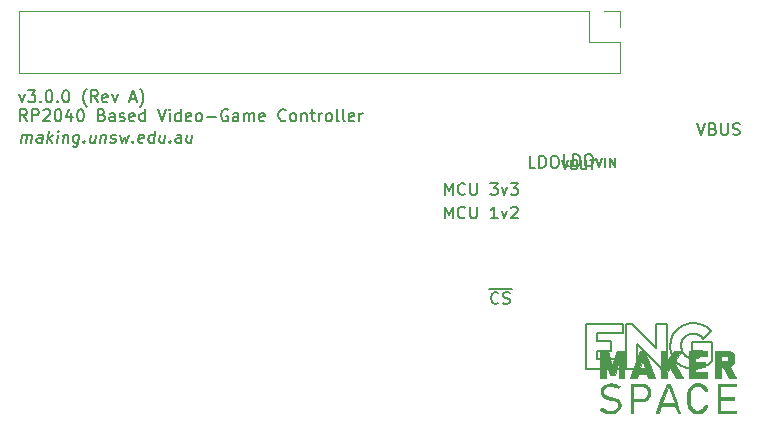
<source format=gbr>
%TF.GenerationSoftware,KiCad,Pcbnew,(6.0.8)*%
%TF.CreationDate,2022-10-11T12:28:16+11:00*%
%TF.ProjectId,PicoGamePad_V3_0_0_A,5069636f-4761-46d6-9550-61645f56335f,4.0.0 (Rev A)*%
%TF.SameCoordinates,Original*%
%TF.FileFunction,Legend,Top*%
%TF.FilePolarity,Positive*%
%FSLAX46Y46*%
G04 Gerber Fmt 4.6, Leading zero omitted, Abs format (unit mm)*
G04 Created by KiCad (PCBNEW (6.0.8)) date 2022-10-11 12:28:16*
%MOMM*%
%LPD*%
G01*
G04 APERTURE LIST*
%ADD10C,0.150000*%
%ADD11C,0.120000*%
%ADD12C,0.200000*%
G04 APERTURE END LIST*
D10*
X93340357Y-63430714D02*
X93578452Y-64097380D01*
X93816547Y-63430714D01*
X94102261Y-63097380D02*
X94721309Y-63097380D01*
X94387976Y-63478333D01*
X94530833Y-63478333D01*
X94626071Y-63525952D01*
X94673690Y-63573571D01*
X94721309Y-63668809D01*
X94721309Y-63906904D01*
X94673690Y-64002142D01*
X94626071Y-64049761D01*
X94530833Y-64097380D01*
X94245119Y-64097380D01*
X94149880Y-64049761D01*
X94102261Y-64002142D01*
X95149880Y-64002142D02*
X95197500Y-64049761D01*
X95149880Y-64097380D01*
X95102261Y-64049761D01*
X95149880Y-64002142D01*
X95149880Y-64097380D01*
X95816547Y-63097380D02*
X95911785Y-63097380D01*
X96007023Y-63145000D01*
X96054642Y-63192619D01*
X96102261Y-63287857D01*
X96149880Y-63478333D01*
X96149880Y-63716428D01*
X96102261Y-63906904D01*
X96054642Y-64002142D01*
X96007023Y-64049761D01*
X95911785Y-64097380D01*
X95816547Y-64097380D01*
X95721309Y-64049761D01*
X95673690Y-64002142D01*
X95626071Y-63906904D01*
X95578452Y-63716428D01*
X95578452Y-63478333D01*
X95626071Y-63287857D01*
X95673690Y-63192619D01*
X95721309Y-63145000D01*
X95816547Y-63097380D01*
X96578452Y-64002142D02*
X96626071Y-64049761D01*
X96578452Y-64097380D01*
X96530833Y-64049761D01*
X96578452Y-64002142D01*
X96578452Y-64097380D01*
X97245119Y-63097380D02*
X97340357Y-63097380D01*
X97435595Y-63145000D01*
X97483214Y-63192619D01*
X97530833Y-63287857D01*
X97578452Y-63478333D01*
X97578452Y-63716428D01*
X97530833Y-63906904D01*
X97483214Y-64002142D01*
X97435595Y-64049761D01*
X97340357Y-64097380D01*
X97245119Y-64097380D01*
X97149880Y-64049761D01*
X97102261Y-64002142D01*
X97054642Y-63906904D01*
X97007023Y-63716428D01*
X97007023Y-63478333D01*
X97054642Y-63287857D01*
X97102261Y-63192619D01*
X97149880Y-63145000D01*
X97245119Y-63097380D01*
X99054642Y-64478333D02*
X99007023Y-64430714D01*
X98911785Y-64287857D01*
X98864166Y-64192619D01*
X98816547Y-64049761D01*
X98768928Y-63811666D01*
X98768928Y-63621190D01*
X98816547Y-63383095D01*
X98864166Y-63240238D01*
X98911785Y-63145000D01*
X99007023Y-63002142D01*
X99054642Y-62954523D01*
X100007023Y-64097380D02*
X99673690Y-63621190D01*
X99435595Y-64097380D02*
X99435595Y-63097380D01*
X99816547Y-63097380D01*
X99911785Y-63145000D01*
X99959404Y-63192619D01*
X100007023Y-63287857D01*
X100007023Y-63430714D01*
X99959404Y-63525952D01*
X99911785Y-63573571D01*
X99816547Y-63621190D01*
X99435595Y-63621190D01*
X100816547Y-64049761D02*
X100721309Y-64097380D01*
X100530833Y-64097380D01*
X100435595Y-64049761D01*
X100387976Y-63954523D01*
X100387976Y-63573571D01*
X100435595Y-63478333D01*
X100530833Y-63430714D01*
X100721309Y-63430714D01*
X100816547Y-63478333D01*
X100864166Y-63573571D01*
X100864166Y-63668809D01*
X100387976Y-63764047D01*
X101197500Y-63430714D02*
X101435595Y-64097380D01*
X101673690Y-63430714D01*
X102768928Y-63811666D02*
X103245119Y-63811666D01*
X102673690Y-64097380D02*
X103007023Y-63097380D01*
X103340357Y-64097380D01*
X103578452Y-64478333D02*
X103626071Y-64430714D01*
X103721309Y-64287857D01*
X103768928Y-64192619D01*
X103816547Y-64049761D01*
X103864166Y-63811666D01*
X103864166Y-63621190D01*
X103816547Y-63383095D01*
X103768928Y-63240238D01*
X103721309Y-63145000D01*
X103626071Y-63002142D01*
X103578452Y-62954523D01*
X94007023Y-65707380D02*
X93673690Y-65231190D01*
X93435595Y-65707380D02*
X93435595Y-64707380D01*
X93816547Y-64707380D01*
X93911785Y-64755000D01*
X93959404Y-64802619D01*
X94007023Y-64897857D01*
X94007023Y-65040714D01*
X93959404Y-65135952D01*
X93911785Y-65183571D01*
X93816547Y-65231190D01*
X93435595Y-65231190D01*
X94435595Y-65707380D02*
X94435595Y-64707380D01*
X94816547Y-64707380D01*
X94911785Y-64755000D01*
X94959404Y-64802619D01*
X95007023Y-64897857D01*
X95007023Y-65040714D01*
X94959404Y-65135952D01*
X94911785Y-65183571D01*
X94816547Y-65231190D01*
X94435595Y-65231190D01*
X95387976Y-64802619D02*
X95435595Y-64755000D01*
X95530833Y-64707380D01*
X95768928Y-64707380D01*
X95864166Y-64755000D01*
X95911785Y-64802619D01*
X95959404Y-64897857D01*
X95959404Y-64993095D01*
X95911785Y-65135952D01*
X95340357Y-65707380D01*
X95959404Y-65707380D01*
X96578452Y-64707380D02*
X96673690Y-64707380D01*
X96768928Y-64755000D01*
X96816547Y-64802619D01*
X96864166Y-64897857D01*
X96911785Y-65088333D01*
X96911785Y-65326428D01*
X96864166Y-65516904D01*
X96816547Y-65612142D01*
X96768928Y-65659761D01*
X96673690Y-65707380D01*
X96578452Y-65707380D01*
X96483214Y-65659761D01*
X96435595Y-65612142D01*
X96387976Y-65516904D01*
X96340357Y-65326428D01*
X96340357Y-65088333D01*
X96387976Y-64897857D01*
X96435595Y-64802619D01*
X96483214Y-64755000D01*
X96578452Y-64707380D01*
X97768928Y-65040714D02*
X97768928Y-65707380D01*
X97530833Y-64659761D02*
X97292738Y-65374047D01*
X97911785Y-65374047D01*
X98483214Y-64707380D02*
X98578452Y-64707380D01*
X98673690Y-64755000D01*
X98721309Y-64802619D01*
X98768928Y-64897857D01*
X98816547Y-65088333D01*
X98816547Y-65326428D01*
X98768928Y-65516904D01*
X98721309Y-65612142D01*
X98673690Y-65659761D01*
X98578452Y-65707380D01*
X98483214Y-65707380D01*
X98387976Y-65659761D01*
X98340357Y-65612142D01*
X98292738Y-65516904D01*
X98245119Y-65326428D01*
X98245119Y-65088333D01*
X98292738Y-64897857D01*
X98340357Y-64802619D01*
X98387976Y-64755000D01*
X98483214Y-64707380D01*
X100340357Y-65183571D02*
X100483214Y-65231190D01*
X100530833Y-65278809D01*
X100578452Y-65374047D01*
X100578452Y-65516904D01*
X100530833Y-65612142D01*
X100483214Y-65659761D01*
X100387976Y-65707380D01*
X100007023Y-65707380D01*
X100007023Y-64707380D01*
X100340357Y-64707380D01*
X100435595Y-64755000D01*
X100483214Y-64802619D01*
X100530833Y-64897857D01*
X100530833Y-64993095D01*
X100483214Y-65088333D01*
X100435595Y-65135952D01*
X100340357Y-65183571D01*
X100007023Y-65183571D01*
X101435595Y-65707380D02*
X101435595Y-65183571D01*
X101387976Y-65088333D01*
X101292738Y-65040714D01*
X101102261Y-65040714D01*
X101007023Y-65088333D01*
X101435595Y-65659761D02*
X101340357Y-65707380D01*
X101102261Y-65707380D01*
X101007023Y-65659761D01*
X100959404Y-65564523D01*
X100959404Y-65469285D01*
X101007023Y-65374047D01*
X101102261Y-65326428D01*
X101340357Y-65326428D01*
X101435595Y-65278809D01*
X101864166Y-65659761D02*
X101959404Y-65707380D01*
X102149880Y-65707380D01*
X102245119Y-65659761D01*
X102292738Y-65564523D01*
X102292738Y-65516904D01*
X102245119Y-65421666D01*
X102149880Y-65374047D01*
X102007023Y-65374047D01*
X101911785Y-65326428D01*
X101864166Y-65231190D01*
X101864166Y-65183571D01*
X101911785Y-65088333D01*
X102007023Y-65040714D01*
X102149880Y-65040714D01*
X102245119Y-65088333D01*
X103102261Y-65659761D02*
X103007023Y-65707380D01*
X102816547Y-65707380D01*
X102721309Y-65659761D01*
X102673690Y-65564523D01*
X102673690Y-65183571D01*
X102721309Y-65088333D01*
X102816547Y-65040714D01*
X103007023Y-65040714D01*
X103102261Y-65088333D01*
X103149880Y-65183571D01*
X103149880Y-65278809D01*
X102673690Y-65374047D01*
X104007023Y-65707380D02*
X104007023Y-64707380D01*
X104007023Y-65659761D02*
X103911785Y-65707380D01*
X103721309Y-65707380D01*
X103626071Y-65659761D01*
X103578452Y-65612142D01*
X103530833Y-65516904D01*
X103530833Y-65231190D01*
X103578452Y-65135952D01*
X103626071Y-65088333D01*
X103721309Y-65040714D01*
X103911785Y-65040714D01*
X104007023Y-65088333D01*
X105102261Y-64707380D02*
X105435595Y-65707380D01*
X105768928Y-64707380D01*
X106102261Y-65707380D02*
X106102261Y-65040714D01*
X106102261Y-64707380D02*
X106054642Y-64755000D01*
X106102261Y-64802619D01*
X106149880Y-64755000D01*
X106102261Y-64707380D01*
X106102261Y-64802619D01*
X107007023Y-65707380D02*
X107007023Y-64707380D01*
X107007023Y-65659761D02*
X106911785Y-65707380D01*
X106721309Y-65707380D01*
X106626071Y-65659761D01*
X106578452Y-65612142D01*
X106530833Y-65516904D01*
X106530833Y-65231190D01*
X106578452Y-65135952D01*
X106626071Y-65088333D01*
X106721309Y-65040714D01*
X106911785Y-65040714D01*
X107007023Y-65088333D01*
X107864166Y-65659761D02*
X107768928Y-65707380D01*
X107578452Y-65707380D01*
X107483214Y-65659761D01*
X107435595Y-65564523D01*
X107435595Y-65183571D01*
X107483214Y-65088333D01*
X107578452Y-65040714D01*
X107768928Y-65040714D01*
X107864166Y-65088333D01*
X107911785Y-65183571D01*
X107911785Y-65278809D01*
X107435595Y-65374047D01*
X108483214Y-65707380D02*
X108387976Y-65659761D01*
X108340357Y-65612142D01*
X108292738Y-65516904D01*
X108292738Y-65231190D01*
X108340357Y-65135952D01*
X108387976Y-65088333D01*
X108483214Y-65040714D01*
X108626071Y-65040714D01*
X108721309Y-65088333D01*
X108768928Y-65135952D01*
X108816547Y-65231190D01*
X108816547Y-65516904D01*
X108768928Y-65612142D01*
X108721309Y-65659761D01*
X108626071Y-65707380D01*
X108483214Y-65707380D01*
X109245119Y-65326428D02*
X110007023Y-65326428D01*
X111007023Y-64755000D02*
X110911785Y-64707380D01*
X110768928Y-64707380D01*
X110626071Y-64755000D01*
X110530833Y-64850238D01*
X110483214Y-64945476D01*
X110435595Y-65135952D01*
X110435595Y-65278809D01*
X110483214Y-65469285D01*
X110530833Y-65564523D01*
X110626071Y-65659761D01*
X110768928Y-65707380D01*
X110864166Y-65707380D01*
X111007023Y-65659761D01*
X111054642Y-65612142D01*
X111054642Y-65278809D01*
X110864166Y-65278809D01*
X111911785Y-65707380D02*
X111911785Y-65183571D01*
X111864166Y-65088333D01*
X111768928Y-65040714D01*
X111578452Y-65040714D01*
X111483214Y-65088333D01*
X111911785Y-65659761D02*
X111816547Y-65707380D01*
X111578452Y-65707380D01*
X111483214Y-65659761D01*
X111435595Y-65564523D01*
X111435595Y-65469285D01*
X111483214Y-65374047D01*
X111578452Y-65326428D01*
X111816547Y-65326428D01*
X111911785Y-65278809D01*
X112387976Y-65707380D02*
X112387976Y-65040714D01*
X112387976Y-65135952D02*
X112435595Y-65088333D01*
X112530833Y-65040714D01*
X112673690Y-65040714D01*
X112768928Y-65088333D01*
X112816547Y-65183571D01*
X112816547Y-65707380D01*
X112816547Y-65183571D02*
X112864166Y-65088333D01*
X112959404Y-65040714D01*
X113102261Y-65040714D01*
X113197500Y-65088333D01*
X113245119Y-65183571D01*
X113245119Y-65707380D01*
X114102261Y-65659761D02*
X114007023Y-65707380D01*
X113816547Y-65707380D01*
X113721309Y-65659761D01*
X113673690Y-65564523D01*
X113673690Y-65183571D01*
X113721309Y-65088333D01*
X113816547Y-65040714D01*
X114007023Y-65040714D01*
X114102261Y-65088333D01*
X114149880Y-65183571D01*
X114149880Y-65278809D01*
X113673690Y-65374047D01*
X115911785Y-65612142D02*
X115864166Y-65659761D01*
X115721309Y-65707380D01*
X115626071Y-65707380D01*
X115483214Y-65659761D01*
X115387976Y-65564523D01*
X115340357Y-65469285D01*
X115292738Y-65278809D01*
X115292738Y-65135952D01*
X115340357Y-64945476D01*
X115387976Y-64850238D01*
X115483214Y-64755000D01*
X115626071Y-64707380D01*
X115721309Y-64707380D01*
X115864166Y-64755000D01*
X115911785Y-64802619D01*
X116483214Y-65707380D02*
X116387976Y-65659761D01*
X116340357Y-65612142D01*
X116292738Y-65516904D01*
X116292738Y-65231190D01*
X116340357Y-65135952D01*
X116387976Y-65088333D01*
X116483214Y-65040714D01*
X116626071Y-65040714D01*
X116721309Y-65088333D01*
X116768928Y-65135952D01*
X116816547Y-65231190D01*
X116816547Y-65516904D01*
X116768928Y-65612142D01*
X116721309Y-65659761D01*
X116626071Y-65707380D01*
X116483214Y-65707380D01*
X117245119Y-65040714D02*
X117245119Y-65707380D01*
X117245119Y-65135952D02*
X117292738Y-65088333D01*
X117387976Y-65040714D01*
X117530833Y-65040714D01*
X117626071Y-65088333D01*
X117673690Y-65183571D01*
X117673690Y-65707380D01*
X118007023Y-65040714D02*
X118387976Y-65040714D01*
X118149880Y-64707380D02*
X118149880Y-65564523D01*
X118197500Y-65659761D01*
X118292738Y-65707380D01*
X118387976Y-65707380D01*
X118721309Y-65707380D02*
X118721309Y-65040714D01*
X118721309Y-65231190D02*
X118768928Y-65135952D01*
X118816547Y-65088333D01*
X118911785Y-65040714D01*
X119007023Y-65040714D01*
X119483214Y-65707380D02*
X119387976Y-65659761D01*
X119340357Y-65612142D01*
X119292738Y-65516904D01*
X119292738Y-65231190D01*
X119340357Y-65135952D01*
X119387976Y-65088333D01*
X119483214Y-65040714D01*
X119626071Y-65040714D01*
X119721309Y-65088333D01*
X119768928Y-65135952D01*
X119816547Y-65231190D01*
X119816547Y-65516904D01*
X119768928Y-65612142D01*
X119721309Y-65659761D01*
X119626071Y-65707380D01*
X119483214Y-65707380D01*
X120387976Y-65707380D02*
X120292738Y-65659761D01*
X120245119Y-65564523D01*
X120245119Y-64707380D01*
X120911785Y-65707380D02*
X120816547Y-65659761D01*
X120768928Y-65564523D01*
X120768928Y-64707380D01*
X121673690Y-65659761D02*
X121578452Y-65707380D01*
X121387976Y-65707380D01*
X121292738Y-65659761D01*
X121245119Y-65564523D01*
X121245119Y-65183571D01*
X121292738Y-65088333D01*
X121387976Y-65040714D01*
X121578452Y-65040714D01*
X121673690Y-65088333D01*
X121721309Y-65183571D01*
X121721309Y-65278809D01*
X121245119Y-65374047D01*
X122149880Y-65707380D02*
X122149880Y-65040714D01*
X122149880Y-65231190D02*
X122197499Y-65135952D01*
X122245119Y-65088333D01*
X122340357Y-65040714D01*
X122435595Y-65040714D01*
X93491547Y-67527380D02*
X93574880Y-66860714D01*
X93562976Y-66955952D02*
X93616547Y-66908333D01*
X93717738Y-66860714D01*
X93860595Y-66860714D01*
X93949880Y-66908333D01*
X93985595Y-67003571D01*
X93920119Y-67527380D01*
X93985595Y-67003571D02*
X94045119Y-66908333D01*
X94146309Y-66860714D01*
X94289166Y-66860714D01*
X94378452Y-66908333D01*
X94414166Y-67003571D01*
X94348690Y-67527380D01*
X95253452Y-67527380D02*
X95318928Y-67003571D01*
X95283214Y-66908333D01*
X95193928Y-66860714D01*
X95003452Y-66860714D01*
X94902261Y-66908333D01*
X95259404Y-67479761D02*
X95158214Y-67527380D01*
X94920119Y-67527380D01*
X94830833Y-67479761D01*
X94795119Y-67384523D01*
X94807023Y-67289285D01*
X94866547Y-67194047D01*
X94967738Y-67146428D01*
X95205833Y-67146428D01*
X95307023Y-67098809D01*
X95729642Y-67527380D02*
X95854642Y-66527380D01*
X95872500Y-67146428D02*
X96110595Y-67527380D01*
X96193928Y-66860714D02*
X95765357Y-67241666D01*
X96539166Y-67527380D02*
X96622500Y-66860714D01*
X96664166Y-66527380D02*
X96610595Y-66575000D01*
X96652261Y-66622619D01*
X96705833Y-66575000D01*
X96664166Y-66527380D01*
X96652261Y-66622619D01*
X97098690Y-66860714D02*
X97015357Y-67527380D01*
X97086785Y-66955952D02*
X97140357Y-66908333D01*
X97241547Y-66860714D01*
X97384404Y-66860714D01*
X97473690Y-66908333D01*
X97509404Y-67003571D01*
X97443928Y-67527380D01*
X98432023Y-66860714D02*
X98330833Y-67670238D01*
X98271309Y-67765476D01*
X98217738Y-67813095D01*
X98116547Y-67860714D01*
X97973690Y-67860714D01*
X97884404Y-67813095D01*
X98354642Y-67479761D02*
X98253452Y-67527380D01*
X98062976Y-67527380D01*
X97973690Y-67479761D01*
X97932023Y-67432142D01*
X97896309Y-67336904D01*
X97932023Y-67051190D01*
X97991547Y-66955952D01*
X98045119Y-66908333D01*
X98146309Y-66860714D01*
X98336785Y-66860714D01*
X98426071Y-66908333D01*
X98836785Y-67432142D02*
X98878452Y-67479761D01*
X98824880Y-67527380D01*
X98783214Y-67479761D01*
X98836785Y-67432142D01*
X98824880Y-67527380D01*
X99812976Y-66860714D02*
X99729642Y-67527380D01*
X99384404Y-66860714D02*
X99318928Y-67384523D01*
X99354642Y-67479761D01*
X99443928Y-67527380D01*
X99586785Y-67527380D01*
X99687976Y-67479761D01*
X99741547Y-67432142D01*
X100289166Y-66860714D02*
X100205833Y-67527380D01*
X100277261Y-66955952D02*
X100330833Y-66908333D01*
X100432023Y-66860714D01*
X100574880Y-66860714D01*
X100664166Y-66908333D01*
X100699880Y-67003571D01*
X100634404Y-67527380D01*
X101068928Y-67479761D02*
X101158214Y-67527380D01*
X101348690Y-67527380D01*
X101449880Y-67479761D01*
X101509404Y-67384523D01*
X101515357Y-67336904D01*
X101479642Y-67241666D01*
X101390357Y-67194047D01*
X101247500Y-67194047D01*
X101158214Y-67146428D01*
X101122500Y-67051190D01*
X101128452Y-67003571D01*
X101187976Y-66908333D01*
X101289166Y-66860714D01*
X101432023Y-66860714D01*
X101521309Y-66908333D01*
X101908214Y-66860714D02*
X102015357Y-67527380D01*
X102265357Y-67051190D01*
X102396309Y-67527380D01*
X102670119Y-66860714D01*
X102979642Y-67432142D02*
X103021309Y-67479761D01*
X102967738Y-67527380D01*
X102926071Y-67479761D01*
X102979642Y-67432142D01*
X102967738Y-67527380D01*
X103830833Y-67479761D02*
X103729642Y-67527380D01*
X103539166Y-67527380D01*
X103449880Y-67479761D01*
X103414166Y-67384523D01*
X103461785Y-67003571D01*
X103521309Y-66908333D01*
X103622500Y-66860714D01*
X103812976Y-66860714D01*
X103902261Y-66908333D01*
X103937976Y-67003571D01*
X103926071Y-67098809D01*
X103437976Y-67194047D01*
X104729642Y-67527380D02*
X104854642Y-66527380D01*
X104735595Y-67479761D02*
X104634404Y-67527380D01*
X104443928Y-67527380D01*
X104354642Y-67479761D01*
X104312976Y-67432142D01*
X104277261Y-67336904D01*
X104312976Y-67051190D01*
X104372500Y-66955952D01*
X104426071Y-66908333D01*
X104527261Y-66860714D01*
X104717738Y-66860714D01*
X104807023Y-66908333D01*
X105717738Y-66860714D02*
X105634404Y-67527380D01*
X105289166Y-66860714D02*
X105223690Y-67384523D01*
X105259404Y-67479761D01*
X105348690Y-67527380D01*
X105491547Y-67527380D01*
X105592738Y-67479761D01*
X105646309Y-67432142D01*
X106122500Y-67432142D02*
X106164166Y-67479761D01*
X106110595Y-67527380D01*
X106068928Y-67479761D01*
X106122500Y-67432142D01*
X106110595Y-67527380D01*
X107015357Y-67527380D02*
X107080833Y-67003571D01*
X107045119Y-66908333D01*
X106955833Y-66860714D01*
X106765357Y-66860714D01*
X106664166Y-66908333D01*
X107021309Y-67479761D02*
X106920119Y-67527380D01*
X106682023Y-67527380D01*
X106592738Y-67479761D01*
X106557023Y-67384523D01*
X106568928Y-67289285D01*
X106628452Y-67194047D01*
X106729642Y-67146428D01*
X106967738Y-67146428D01*
X107068928Y-67098809D01*
X108003452Y-66860714D02*
X107920119Y-67527380D01*
X107574880Y-66860714D02*
X107509404Y-67384523D01*
X107545119Y-67479761D01*
X107634404Y-67527380D01*
X107777261Y-67527380D01*
X107878452Y-67479761D01*
X107932023Y-67432142D01*
%TO.C,TP2*%
X129378571Y-73952380D02*
X129378571Y-72952380D01*
X129711904Y-73666666D01*
X130045238Y-72952380D01*
X130045238Y-73952380D01*
X131092857Y-73857142D02*
X131045238Y-73904761D01*
X130902380Y-73952380D01*
X130807142Y-73952380D01*
X130664285Y-73904761D01*
X130569047Y-73809523D01*
X130521428Y-73714285D01*
X130473809Y-73523809D01*
X130473809Y-73380952D01*
X130521428Y-73190476D01*
X130569047Y-73095238D01*
X130664285Y-73000000D01*
X130807142Y-72952380D01*
X130902380Y-72952380D01*
X131045238Y-73000000D01*
X131092857Y-73047619D01*
X131521428Y-72952380D02*
X131521428Y-73761904D01*
X131569047Y-73857142D01*
X131616666Y-73904761D01*
X131711904Y-73952380D01*
X131902380Y-73952380D01*
X131997619Y-73904761D01*
X132045238Y-73857142D01*
X132092857Y-73761904D01*
X132092857Y-72952380D01*
X133854761Y-73952380D02*
X133283333Y-73952380D01*
X133569047Y-73952380D02*
X133569047Y-72952380D01*
X133473809Y-73095238D01*
X133378571Y-73190476D01*
X133283333Y-73238095D01*
X134188095Y-73285714D02*
X134426190Y-73952380D01*
X134664285Y-73285714D01*
X134997619Y-73047619D02*
X135045238Y-73000000D01*
X135140476Y-72952380D01*
X135378571Y-72952380D01*
X135473809Y-73000000D01*
X135521428Y-73047619D01*
X135569047Y-73142857D01*
X135569047Y-73238095D01*
X135521428Y-73380952D01*
X134950000Y-73952380D01*
X135569047Y-73952380D01*
%TO.C,TP10*%
X139933333Y-69527380D02*
X139457142Y-69527380D01*
X139457142Y-68527380D01*
X140266666Y-69527380D02*
X140266666Y-68527380D01*
X140504761Y-68527380D01*
X140647619Y-68575000D01*
X140742857Y-68670238D01*
X140790476Y-68765476D01*
X140838095Y-68955952D01*
X140838095Y-69098809D01*
X140790476Y-69289285D01*
X140742857Y-69384523D01*
X140647619Y-69479761D01*
X140504761Y-69527380D01*
X140266666Y-69527380D01*
X141457142Y-68527380D02*
X141647619Y-68527380D01*
X141742857Y-68575000D01*
X141838095Y-68670238D01*
X141885714Y-68860714D01*
X141885714Y-69194047D01*
X141838095Y-69384523D01*
X141742857Y-69479761D01*
X141647619Y-69527380D01*
X141457142Y-69527380D01*
X141361904Y-69479761D01*
X141266666Y-69384523D01*
X141219047Y-69194047D01*
X141219047Y-68860714D01*
X141266666Y-68670238D01*
X141361904Y-68575000D01*
X141457142Y-68527380D01*
X142152380Y-68836904D02*
X142419047Y-69636904D01*
X142685714Y-68836904D01*
X142952380Y-69636904D02*
X142952380Y-68836904D01*
X143333333Y-69636904D02*
X143333333Y-68836904D01*
X143790476Y-69636904D01*
X143790476Y-68836904D01*
%TO.C,TP9*%
X137058333Y-69652380D02*
X136582142Y-69652380D01*
X136582142Y-68652380D01*
X137391666Y-69652380D02*
X137391666Y-68652380D01*
X137629761Y-68652380D01*
X137772618Y-68700000D01*
X137867856Y-68795238D01*
X137915475Y-68890476D01*
X137963094Y-69080952D01*
X137963094Y-69223809D01*
X137915475Y-69414285D01*
X137867856Y-69509523D01*
X137772618Y-69604761D01*
X137629761Y-69652380D01*
X137391666Y-69652380D01*
X138582142Y-68652380D02*
X138772618Y-68652380D01*
X138867856Y-68700000D01*
X138963094Y-68795238D01*
X139010713Y-68985714D01*
X139010713Y-69319047D01*
X138963094Y-69509523D01*
X138867856Y-69604761D01*
X138772618Y-69652380D01*
X138582142Y-69652380D01*
X138486904Y-69604761D01*
X138391666Y-69509523D01*
X138344047Y-69319047D01*
X138344047Y-68985714D01*
X138391666Y-68795238D01*
X138486904Y-68700000D01*
X138582142Y-68652380D01*
X139277380Y-68961904D02*
X139544047Y-69761904D01*
X139810713Y-68961904D01*
X140229761Y-68961904D02*
X140382142Y-68961904D01*
X140458333Y-69000000D01*
X140534523Y-69076190D01*
X140572618Y-69228571D01*
X140572618Y-69495238D01*
X140534523Y-69647619D01*
X140458333Y-69723809D01*
X140382142Y-69761904D01*
X140229761Y-69761904D01*
X140153571Y-69723809D01*
X140077380Y-69647619D01*
X140039285Y-69495238D01*
X140039285Y-69228571D01*
X140077380Y-69076190D01*
X140153571Y-69000000D01*
X140229761Y-68961904D01*
X140915475Y-68961904D02*
X140915475Y-69609523D01*
X140953571Y-69685714D01*
X140991666Y-69723809D01*
X141067856Y-69761904D01*
X141220237Y-69761904D01*
X141296428Y-69723809D01*
X141334523Y-69685714D01*
X141372618Y-69609523D01*
X141372618Y-68961904D01*
X141639285Y-68961904D02*
X142096428Y-68961904D01*
X141867856Y-69761904D02*
X141867856Y-68961904D01*
%TO.C,TP1*%
X129378571Y-71952380D02*
X129378571Y-70952380D01*
X129711904Y-71666666D01*
X130045238Y-70952380D01*
X130045238Y-71952380D01*
X131092857Y-71857142D02*
X131045238Y-71904761D01*
X130902380Y-71952380D01*
X130807142Y-71952380D01*
X130664285Y-71904761D01*
X130569047Y-71809523D01*
X130521428Y-71714285D01*
X130473809Y-71523809D01*
X130473809Y-71380952D01*
X130521428Y-71190476D01*
X130569047Y-71095238D01*
X130664285Y-71000000D01*
X130807142Y-70952380D01*
X130902380Y-70952380D01*
X131045238Y-71000000D01*
X131092857Y-71047619D01*
X131521428Y-70952380D02*
X131521428Y-71761904D01*
X131569047Y-71857142D01*
X131616666Y-71904761D01*
X131711904Y-71952380D01*
X131902380Y-71952380D01*
X131997619Y-71904761D01*
X132045238Y-71857142D01*
X132092857Y-71761904D01*
X132092857Y-70952380D01*
X133235714Y-70952380D02*
X133854761Y-70952380D01*
X133521428Y-71333333D01*
X133664285Y-71333333D01*
X133759523Y-71380952D01*
X133807142Y-71428571D01*
X133854761Y-71523809D01*
X133854761Y-71761904D01*
X133807142Y-71857142D01*
X133759523Y-71904761D01*
X133664285Y-71952380D01*
X133378571Y-71952380D01*
X133283333Y-71904761D01*
X133235714Y-71857142D01*
X134188095Y-71285714D02*
X134426190Y-71952380D01*
X134664285Y-71285714D01*
X134950000Y-70952380D02*
X135569047Y-70952380D01*
X135235714Y-71333333D01*
X135378571Y-71333333D01*
X135473809Y-71380952D01*
X135521428Y-71428571D01*
X135569047Y-71523809D01*
X135569047Y-71761904D01*
X135521428Y-71857142D01*
X135473809Y-71904761D01*
X135378571Y-71952380D01*
X135092857Y-71952380D01*
X134997619Y-71904761D01*
X134950000Y-71857142D01*
%TO.C,TP8*%
X150766666Y-65877380D02*
X151100000Y-66877380D01*
X151433333Y-65877380D01*
X152100000Y-66353571D02*
X152242857Y-66401190D01*
X152290476Y-66448809D01*
X152338095Y-66544047D01*
X152338095Y-66686904D01*
X152290476Y-66782142D01*
X152242857Y-66829761D01*
X152147619Y-66877380D01*
X151766666Y-66877380D01*
X151766666Y-65877380D01*
X152100000Y-65877380D01*
X152195238Y-65925000D01*
X152242857Y-65972619D01*
X152290476Y-66067857D01*
X152290476Y-66163095D01*
X152242857Y-66258333D01*
X152195238Y-66305952D01*
X152100000Y-66353571D01*
X151766666Y-66353571D01*
X152766666Y-65877380D02*
X152766666Y-66686904D01*
X152814285Y-66782142D01*
X152861904Y-66829761D01*
X152957142Y-66877380D01*
X153147619Y-66877380D01*
X153242857Y-66829761D01*
X153290476Y-66782142D01*
X153338095Y-66686904D01*
X153338095Y-65877380D01*
X153766666Y-66829761D02*
X153909523Y-66877380D01*
X154147619Y-66877380D01*
X154242857Y-66829761D01*
X154290476Y-66782142D01*
X154338095Y-66686904D01*
X154338095Y-66591666D01*
X154290476Y-66496428D01*
X154242857Y-66448809D01*
X154147619Y-66401190D01*
X153957142Y-66353571D01*
X153861904Y-66305952D01*
X153814285Y-66258333D01*
X153766666Y-66163095D01*
X153766666Y-66067857D01*
X153814285Y-65972619D01*
X153861904Y-65925000D01*
X153957142Y-65877380D01*
X154195238Y-65877380D01*
X154338095Y-65925000D01*
%TO.C,TP12*%
X133098809Y-79895000D02*
X134098809Y-79895000D01*
X133908333Y-81082142D02*
X133860714Y-81129761D01*
X133717857Y-81177380D01*
X133622619Y-81177380D01*
X133479761Y-81129761D01*
X133384523Y-81034523D01*
X133336904Y-80939285D01*
X133289285Y-80748809D01*
X133289285Y-80605952D01*
X133336904Y-80415476D01*
X133384523Y-80320238D01*
X133479761Y-80225000D01*
X133622619Y-80177380D01*
X133717857Y-80177380D01*
X133860714Y-80225000D01*
X133908333Y-80272619D01*
X134098809Y-79895000D02*
X135051190Y-79895000D01*
X134289285Y-81129761D02*
X134432142Y-81177380D01*
X134670238Y-81177380D01*
X134765476Y-81129761D01*
X134813095Y-81082142D01*
X134860714Y-80986904D01*
X134860714Y-80891666D01*
X134813095Y-80796428D01*
X134765476Y-80748809D01*
X134670238Y-80701190D01*
X134479761Y-80653571D01*
X134384523Y-80605952D01*
X134336904Y-80558333D01*
X134289285Y-80463095D01*
X134289285Y-80367857D01*
X134336904Y-80272619D01*
X134384523Y-80225000D01*
X134479761Y-80177380D01*
X134717857Y-80177380D01*
X134860714Y-80225000D01*
%TO.C,REF\u002A\u002A*%
D11*
X153320017Y-85658011D02*
X153353350Y-85712181D01*
X153378350Y-85808011D01*
X153370017Y-85933011D01*
X153332550Y-86016351D01*
X153286683Y-86053851D01*
X153240883Y-86062181D01*
X152728350Y-86062181D01*
X152728350Y-85633011D01*
X153282550Y-85633011D01*
X153320017Y-85658011D01*
D12*
X150569220Y-82832311D02*
X150685020Y-82842541D01*
X150800020Y-82859481D01*
X150913820Y-82883071D01*
X151026020Y-82913231D01*
X151136350Y-82949861D01*
X151244280Y-82992831D01*
X151349620Y-83042011D01*
X151451880Y-83097211D01*
X151550750Y-83158261D01*
X151645950Y-83224961D01*
X151737080Y-83297071D01*
X151823880Y-83374351D01*
X151906080Y-83456541D01*
X151945020Y-83499681D01*
X151261680Y-84149681D01*
X151237350Y-84115951D01*
X151184080Y-84052041D01*
X151126020Y-83992511D01*
X151063350Y-83937761D01*
X150996620Y-83888111D01*
X150926150Y-83843881D01*
X150852480Y-83805341D01*
X150775950Y-83772731D01*
X150697080Y-83746261D01*
X150616350Y-83726091D01*
X150534350Y-83712331D01*
X150451480Y-83705091D01*
X150368280Y-83704411D01*
X150285280Y-83710291D01*
X150203080Y-83722681D01*
X150122020Y-83741531D01*
X150042750Y-83766701D01*
X149965680Y-83798051D01*
X149928350Y-83816351D01*
X149892420Y-83834351D01*
X149823480Y-83875551D01*
X149758220Y-83922411D01*
X149697150Y-83974591D01*
X149640680Y-84031731D01*
X149589220Y-84093411D01*
X149543080Y-84159211D01*
X149502680Y-84228651D01*
X149468280Y-84301241D01*
X149440080Y-84376471D01*
X149418350Y-84453801D01*
X149403150Y-84532691D01*
X149394680Y-84612581D01*
X149392880Y-84692901D01*
X149395020Y-84733011D01*
X149393620Y-84773591D01*
X149396350Y-84854751D01*
X149405480Y-84935451D01*
X149420950Y-85015171D01*
X149442550Y-85093441D01*
X149470280Y-85169771D01*
X149503880Y-85243691D01*
X149543220Y-85314741D01*
X149588020Y-85382491D01*
X149637950Y-85446511D01*
X149692820Y-85506411D01*
X149752150Y-85561831D01*
X149815680Y-85612421D01*
X149882950Y-85657871D01*
X149953620Y-85697891D01*
X150027220Y-85732251D01*
X150103280Y-85760731D01*
X150181280Y-85783151D01*
X150260880Y-85799371D01*
X150341480Y-85809301D01*
X150422620Y-85812871D01*
X150503750Y-85810071D01*
X150584420Y-85800911D01*
X150664150Y-85785441D01*
X150742420Y-85763761D01*
X150818750Y-85736011D01*
X150892620Y-85702351D01*
X150928350Y-85683011D01*
X151111680Y-85599681D01*
X151245020Y-85149681D01*
X150311680Y-85149681D01*
X150311680Y-84383011D01*
X151995020Y-84383011D01*
X151995020Y-86049681D01*
X151951350Y-86092791D01*
X151859880Y-86174591D01*
X151763950Y-86251121D01*
X151663880Y-86322131D01*
X151559950Y-86387401D01*
X151452550Y-86446721D01*
X151341950Y-86499911D01*
X151228550Y-86546781D01*
X151112680Y-86587201D01*
X150994750Y-86621041D01*
X150875080Y-86648191D01*
X150754080Y-86668561D01*
X150632150Y-86682091D01*
X150509620Y-86688751D01*
X150386880Y-86688491D01*
X150264350Y-86681331D01*
X150142480Y-86667291D01*
X150021550Y-86646421D01*
X149961680Y-86633011D01*
X149908620Y-86622471D01*
X149803680Y-86595911D01*
X149700480Y-86563191D01*
X149599480Y-86524411D01*
X149500880Y-86479731D01*
X149405150Y-86429291D01*
X149312480Y-86373271D01*
X149223350Y-86311871D01*
X149138020Y-86245291D01*
X149056820Y-86173791D01*
X148979880Y-86097601D01*
X148907680Y-86017001D01*
X148840350Y-85932261D01*
X148778150Y-85843691D01*
X148721280Y-85751591D01*
X148670020Y-85656291D01*
X148624420Y-85558111D01*
X148584750Y-85457411D01*
X148551080Y-85354551D01*
X148523550Y-85249871D01*
X148502350Y-85143741D01*
X148487350Y-85036541D01*
X148478820Y-84928651D01*
X148476620Y-84820441D01*
X148478350Y-84766351D01*
X148476880Y-84709871D01*
X148479820Y-84596911D01*
X148489620Y-84484351D01*
X148506150Y-84372571D01*
X148529420Y-84262001D01*
X148559280Y-84153031D01*
X148595680Y-84046061D01*
X148638480Y-83941481D01*
X148687480Y-83839661D01*
X148742480Y-83740991D01*
X148803420Y-83645811D01*
X148869950Y-83554471D01*
X148941820Y-83467321D01*
X149018880Y-83384651D01*
X149100750Y-83306781D01*
X149187150Y-83233981D01*
X149277820Y-83166531D01*
X149372350Y-83104661D01*
X149470480Y-83048611D01*
X149571750Y-82998571D01*
X149675950Y-82954731D01*
X149782480Y-82917241D01*
X149891150Y-82886251D01*
X150001480Y-82861861D01*
X150113080Y-82844171D01*
X150225550Y-82833241D01*
X150338480Y-82829111D01*
X150394950Y-82830031D01*
X150453080Y-82828811D01*
X150569220Y-82832311D01*
G36*
X148161680Y-86049681D02*
G01*
X148228350Y-86049681D01*
X148811680Y-85133011D01*
X149428350Y-85133011D01*
X148778350Y-86116351D01*
X149545020Y-87449681D01*
X148945020Y-87449681D01*
X148461680Y-86599681D01*
X148411680Y-86599681D01*
X148161680Y-86933011D01*
X148161680Y-87449681D01*
X147645020Y-87449681D01*
X147645020Y-85133011D01*
X148161680Y-85133011D01*
X148161680Y-86049681D01*
G37*
D11*
X148161680Y-86049681D02*
X148228350Y-86049681D01*
X148811680Y-85133011D01*
X149428350Y-85133011D01*
X148778350Y-86116351D01*
X149545020Y-87449681D01*
X148945020Y-87449681D01*
X148461680Y-86599681D01*
X148411680Y-86599681D01*
X148161680Y-86933011D01*
X148161680Y-87449681D01*
X147645020Y-87449681D01*
X147645020Y-85133011D01*
X148161680Y-85133011D01*
X148161680Y-86049681D01*
D12*
X147245020Y-84883011D02*
X147295020Y-84883011D01*
X147295020Y-82866351D01*
X148161680Y-82866351D01*
X148161680Y-86666351D01*
X147695020Y-86666351D01*
X147595020Y-86566351D01*
X145678350Y-84616351D01*
X145628350Y-84616351D01*
X145628350Y-86666351D01*
X144728350Y-86666351D01*
X144728350Y-82866351D01*
X145228350Y-82866351D01*
X147245020Y-84883011D01*
G36*
X151611680Y-85633011D02*
G01*
X150545020Y-85633011D01*
X150545020Y-86066351D01*
X151445020Y-86066351D01*
X151445020Y-86566351D01*
X150545020Y-86566351D01*
X150545020Y-86966351D01*
X151611680Y-86966351D01*
X151611680Y-87449681D01*
X150045020Y-87449681D01*
X150045020Y-85133011D01*
X151611680Y-85133011D01*
X151611680Y-85633011D01*
G37*
D11*
X151611680Y-85633011D02*
X150545020Y-85633011D01*
X150545020Y-86066351D01*
X151445020Y-86066351D01*
X151445020Y-86566351D01*
X150545020Y-86566351D01*
X150545020Y-86966351D01*
X151611680Y-86966351D01*
X151611680Y-87449681D01*
X150045020Y-87449681D01*
X150045020Y-85133011D01*
X151611680Y-85133011D01*
X151611680Y-85633011D01*
G36*
X143545050Y-86466351D02*
G01*
X143578350Y-86466351D01*
X143961650Y-85133011D01*
X144578350Y-85133011D01*
X144578350Y-87449681D01*
X144128350Y-87449681D01*
X144128350Y-86283011D01*
X144061680Y-86283011D01*
X143761650Y-87199681D01*
X143361650Y-87199681D01*
X143061650Y-86283011D01*
X142995050Y-86283011D01*
X142995050Y-87449681D01*
X142545050Y-87449681D01*
X142545050Y-85133011D01*
X143161650Y-85133011D01*
X143545050Y-86466351D01*
G37*
X143545050Y-86466351D02*
X143578350Y-86466351D01*
X143961650Y-85133011D01*
X144578350Y-85133011D01*
X144578350Y-87449681D01*
X144128350Y-87449681D01*
X144128350Y-86283011D01*
X144061680Y-86283011D01*
X143761650Y-87199681D01*
X143361650Y-87199681D01*
X143061650Y-86283011D01*
X142995050Y-86283011D01*
X142995050Y-87449681D01*
X142545050Y-87449681D01*
X142545050Y-85133011D01*
X143161650Y-85133011D01*
X143545050Y-86466351D01*
G36*
X153411683Y-85133011D02*
G01*
X153578350Y-85216351D01*
X153661683Y-85283011D01*
X153745017Y-85366351D01*
X153828350Y-85483011D01*
X153878350Y-85599681D01*
X153895017Y-85766351D01*
X153895017Y-85966351D01*
X153878350Y-86066351D01*
X153845017Y-86183011D01*
X153778350Y-86299681D01*
X153695017Y-86399681D01*
X153628350Y-86449681D01*
X153545017Y-86499681D01*
X153511683Y-86516351D01*
X153511683Y-86549681D01*
X154028350Y-87449681D01*
X153411683Y-87449681D01*
X152928350Y-86566351D01*
X152728350Y-86566351D01*
X152728350Y-87449681D01*
X152228350Y-87449681D01*
X152228350Y-86062181D01*
X152728350Y-86062181D01*
X153240883Y-86062181D01*
X153286683Y-86053851D01*
X153332550Y-86016351D01*
X153370017Y-85933011D01*
X153378350Y-85808011D01*
X153353350Y-85712181D01*
X153320017Y-85658011D01*
X153282550Y-85633011D01*
X152728350Y-85633011D01*
X152728350Y-86062181D01*
X152228350Y-86062181D01*
X152228350Y-85133011D01*
X153411683Y-85133011D01*
G37*
X153411683Y-85133011D02*
X153578350Y-85216351D01*
X153661683Y-85283011D01*
X153745017Y-85366351D01*
X153828350Y-85483011D01*
X153878350Y-85599681D01*
X153895017Y-85766351D01*
X153895017Y-85966351D01*
X153878350Y-86066351D01*
X153845017Y-86183011D01*
X153778350Y-86299681D01*
X153695017Y-86399681D01*
X153628350Y-86449681D01*
X153545017Y-86499681D01*
X153511683Y-86516351D01*
X153511683Y-86549681D01*
X154028350Y-87449681D01*
X153411683Y-87449681D01*
X152928350Y-86566351D01*
X152728350Y-86566351D01*
X152728350Y-87449681D01*
X152228350Y-87449681D01*
X152228350Y-86062181D01*
X152728350Y-86062181D01*
X153240883Y-86062181D01*
X153286683Y-86053851D01*
X153332550Y-86016351D01*
X153370017Y-85933011D01*
X153378350Y-85808011D01*
X153353350Y-85712181D01*
X153320017Y-85658011D01*
X153282550Y-85633011D01*
X152728350Y-85633011D01*
X152728350Y-86062181D01*
X152228350Y-86062181D01*
X152228350Y-85133011D01*
X153411683Y-85133011D01*
G36*
X146645840Y-86115471D02*
G01*
X146078350Y-86116351D01*
X145895020Y-86599681D01*
X146311680Y-86599681D01*
X146128350Y-86116351D01*
X146646350Y-86116351D01*
X147145020Y-87449681D01*
X146595020Y-87449681D01*
X146465850Y-87099681D01*
X145740850Y-87099681D01*
X145611680Y-87449681D01*
X145061680Y-87449681D01*
X145945020Y-85133011D01*
X146278350Y-85133011D01*
X146645840Y-86115471D01*
G37*
X146645840Y-86115471D02*
X146078350Y-86116351D01*
X145895020Y-86599681D01*
X146311680Y-86599681D01*
X146128350Y-86116351D01*
X146646350Y-86116351D01*
X147145020Y-87449681D01*
X146595020Y-87449681D01*
X146465850Y-87099681D01*
X145740850Y-87099681D01*
X145611680Y-87449681D01*
X145061680Y-87449681D01*
X145945020Y-85133011D01*
X146278350Y-85133011D01*
X146645840Y-86115471D01*
G36*
X154028350Y-88149681D02*
G01*
X152678350Y-88149681D01*
X152678350Y-89083011D01*
X153845017Y-89083011D01*
X153845017Y-89283011D01*
X152678350Y-89283011D01*
X152678350Y-90216348D01*
X154028350Y-90216348D01*
X154028350Y-90399681D01*
X152478350Y-90399681D01*
X152478350Y-87966351D01*
X154028350Y-87966351D01*
X154028350Y-88149681D01*
G37*
X154028350Y-88149681D02*
X152678350Y-88149681D01*
X152678350Y-89083011D01*
X153845017Y-89083011D01*
X153845017Y-89283011D01*
X152678350Y-89283011D01*
X152678350Y-90216348D01*
X154028350Y-90216348D01*
X154028350Y-90399681D01*
X152478350Y-90399681D01*
X152478350Y-87966351D01*
X154028350Y-87966351D01*
X154028350Y-88149681D01*
G36*
X150877082Y-87925125D02*
G01*
X151061074Y-87968784D01*
X151230814Y-88052133D01*
X151377864Y-88171025D01*
X151494908Y-88319550D01*
X151576128Y-88490320D01*
X151599350Y-88582011D01*
X151387680Y-88582011D01*
X151363312Y-88503259D01*
X151280464Y-88360806D01*
X151164033Y-88244185D01*
X151021716Y-88161105D01*
X150862919Y-88117056D01*
X150698140Y-88114951D01*
X150538270Y-88154929D01*
X150393877Y-88234347D01*
X150274505Y-88347955D01*
X150188045Y-88488245D01*
X150161680Y-88566351D01*
X150135624Y-88866028D01*
X150134793Y-89467600D01*
X150160020Y-89767348D01*
X150184404Y-89846140D01*
X150267299Y-89988664D01*
X150383794Y-90105342D01*
X150526186Y-90188464D01*
X150685065Y-90232534D01*
X150849930Y-90234639D01*
X151009883Y-90194642D01*
X151154352Y-90115184D01*
X151273788Y-90001519D01*
X151360297Y-89861159D01*
X151386680Y-89783014D01*
X151386680Y-89783681D01*
X151598420Y-89783681D01*
X151573911Y-89874085D01*
X151491101Y-90042053D01*
X151373718Y-90187970D01*
X151227392Y-90304843D01*
X151059136Y-90387066D01*
X150877019Y-90430700D01*
X150689771Y-90433650D01*
X150506369Y-90395777D01*
X150335607Y-90318896D01*
X150185670Y-90206692D01*
X150063749Y-90064545D01*
X149975687Y-89899271D01*
X149948350Y-89809681D01*
X149919489Y-89603560D01*
X149899535Y-89187810D01*
X149922833Y-88772233D01*
X149953350Y-88566351D01*
X149978318Y-88475120D01*
X150062772Y-88305926D01*
X150182621Y-88159655D01*
X150331906Y-88043581D01*
X150503202Y-87963477D01*
X150687990Y-87923326D01*
X150877082Y-87925125D01*
G37*
X150877082Y-87925125D02*
X151061074Y-87968784D01*
X151230814Y-88052133D01*
X151377864Y-88171025D01*
X151494908Y-88319550D01*
X151576128Y-88490320D01*
X151599350Y-88582011D01*
X151387680Y-88582011D01*
X151363312Y-88503259D01*
X151280464Y-88360806D01*
X151164033Y-88244185D01*
X151021716Y-88161105D01*
X150862919Y-88117056D01*
X150698140Y-88114951D01*
X150538270Y-88154929D01*
X150393877Y-88234347D01*
X150274505Y-88347955D01*
X150188045Y-88488245D01*
X150161680Y-88566351D01*
X150135624Y-88866028D01*
X150134793Y-89467600D01*
X150160020Y-89767348D01*
X150184404Y-89846140D01*
X150267299Y-89988664D01*
X150383794Y-90105342D01*
X150526186Y-90188464D01*
X150685065Y-90232534D01*
X150849930Y-90234639D01*
X151009883Y-90194642D01*
X151154352Y-90115184D01*
X151273788Y-90001519D01*
X151360297Y-89861159D01*
X151386680Y-89783014D01*
X151386680Y-89783681D01*
X151598420Y-89783681D01*
X151573911Y-89874085D01*
X151491101Y-90042053D01*
X151373718Y-90187970D01*
X151227392Y-90304843D01*
X151059136Y-90387066D01*
X150877019Y-90430700D01*
X150689771Y-90433650D01*
X150506369Y-90395777D01*
X150335607Y-90318896D01*
X150185670Y-90206692D01*
X150063749Y-90064545D01*
X149975687Y-89899271D01*
X149948350Y-89809681D01*
X149919489Y-89603560D01*
X149899535Y-89187810D01*
X149922833Y-88772233D01*
X149953350Y-88566351D01*
X149978318Y-88475120D01*
X150062772Y-88305926D01*
X150182621Y-88159655D01*
X150331906Y-88043581D01*
X150503202Y-87963477D01*
X150687990Y-87923326D01*
X150877082Y-87925125D01*
G36*
X149311680Y-90399681D02*
G01*
X149115880Y-90399681D01*
X148895020Y-89799681D01*
X147695020Y-89799681D01*
X147478350Y-90399681D01*
X147261680Y-90399681D01*
X147554489Y-89608014D01*
X147761680Y-89608014D01*
X148828350Y-89608014D01*
X148320020Y-88208011D01*
X148270020Y-88208011D01*
X147761680Y-89608014D01*
X147554489Y-89608014D01*
X148161680Y-87966351D01*
X148428350Y-87966351D01*
X149021680Y-89608014D01*
X149165950Y-89998281D01*
X149311680Y-90399681D01*
G37*
X149311680Y-90399681D02*
X149115880Y-90399681D01*
X148895020Y-89799681D01*
X147695020Y-89799681D01*
X147478350Y-90399681D01*
X147261680Y-90399681D01*
X147554489Y-89608014D01*
X147761680Y-89608014D01*
X148828350Y-89608014D01*
X148320020Y-88208011D01*
X148270020Y-88208011D01*
X147761680Y-89608014D01*
X147554489Y-89608014D01*
X148161680Y-87966351D01*
X148428350Y-87966351D01*
X149021680Y-89608014D01*
X149165950Y-89998281D01*
X149311680Y-90399681D01*
G36*
X143611650Y-87933011D02*
G01*
X143861650Y-87999681D01*
X144078350Y-88099681D01*
X144195020Y-88166351D01*
X144078350Y-88316351D01*
X143928350Y-88249681D01*
X143828350Y-88199681D01*
X143628350Y-88133011D01*
X143545050Y-88116351D01*
X143261650Y-88116351D01*
X143111650Y-88166351D01*
X143011650Y-88216351D01*
X142911650Y-88299681D01*
X142861650Y-88366351D01*
X142828350Y-88433011D01*
X142811650Y-88483011D01*
X142795050Y-88566351D01*
X142795050Y-88666351D01*
X142811650Y-88749681D01*
X142861650Y-88833011D01*
X142911650Y-88883011D01*
X142978350Y-88933011D01*
X143145050Y-88999681D01*
X143728350Y-89133011D01*
X143911650Y-89199681D01*
X143995050Y-89233011D01*
X144095020Y-89316351D01*
X144161680Y-89399681D01*
X144228350Y-89533014D01*
X144245020Y-89616348D01*
X144261680Y-89733014D01*
X144228350Y-89899681D01*
X144178350Y-90033014D01*
X144078350Y-90183014D01*
X143978350Y-90266348D01*
X143845050Y-90333014D01*
X143678350Y-90399681D01*
X143345050Y-90416348D01*
X143211650Y-90416348D01*
X143045050Y-90399681D01*
X142795050Y-90316348D01*
X142678350Y-90266348D01*
X142478350Y-90133014D01*
X142495050Y-90116348D01*
X142611650Y-89983014D01*
X142678350Y-90033014D01*
X142828350Y-90116348D01*
X143011650Y-90183014D01*
X143128350Y-90216348D01*
X143395050Y-90233014D01*
X143595050Y-90216348D01*
X143761650Y-90166348D01*
X143861650Y-90099681D01*
X143978350Y-89983014D01*
X144028350Y-89899681D01*
X144045020Y-89783014D01*
X144045020Y-89683014D01*
X144028350Y-89583014D01*
X143961650Y-89483014D01*
X143861650Y-89399681D01*
X143678350Y-89333011D01*
X143478350Y-89283011D01*
X143095050Y-89199681D01*
X142911650Y-89133011D01*
X142811650Y-89083011D01*
X142728350Y-89016351D01*
X142661650Y-88916351D01*
X142611650Y-88816351D01*
X142595050Y-88733011D01*
X142595050Y-88499681D01*
X142611650Y-88433011D01*
X142695050Y-88249681D01*
X142795050Y-88133011D01*
X142961650Y-88016351D01*
X143278350Y-87933011D01*
X143378350Y-87916351D01*
X143495050Y-87916351D01*
X143611650Y-87933011D01*
G37*
X143611650Y-87933011D02*
X143861650Y-87999681D01*
X144078350Y-88099681D01*
X144195020Y-88166351D01*
X144078350Y-88316351D01*
X143928350Y-88249681D01*
X143828350Y-88199681D01*
X143628350Y-88133011D01*
X143545050Y-88116351D01*
X143261650Y-88116351D01*
X143111650Y-88166351D01*
X143011650Y-88216351D01*
X142911650Y-88299681D01*
X142861650Y-88366351D01*
X142828350Y-88433011D01*
X142811650Y-88483011D01*
X142795050Y-88566351D01*
X142795050Y-88666351D01*
X142811650Y-88749681D01*
X142861650Y-88833011D01*
X142911650Y-88883011D01*
X142978350Y-88933011D01*
X143145050Y-88999681D01*
X143728350Y-89133011D01*
X143911650Y-89199681D01*
X143995050Y-89233011D01*
X144095020Y-89316351D01*
X144161680Y-89399681D01*
X144228350Y-89533014D01*
X144245020Y-89616348D01*
X144261680Y-89733014D01*
X144228350Y-89899681D01*
X144178350Y-90033014D01*
X144078350Y-90183014D01*
X143978350Y-90266348D01*
X143845050Y-90333014D01*
X143678350Y-90399681D01*
X143345050Y-90416348D01*
X143211650Y-90416348D01*
X143045050Y-90399681D01*
X142795050Y-90316348D01*
X142678350Y-90266348D01*
X142478350Y-90133014D01*
X142495050Y-90116348D01*
X142611650Y-89983014D01*
X142678350Y-90033014D01*
X142828350Y-90116348D01*
X143011650Y-90183014D01*
X143128350Y-90216348D01*
X143395050Y-90233014D01*
X143595050Y-90216348D01*
X143761650Y-90166348D01*
X143861650Y-90099681D01*
X143978350Y-89983014D01*
X144028350Y-89899681D01*
X144045020Y-89783014D01*
X144045020Y-89683014D01*
X144028350Y-89583014D01*
X143961650Y-89483014D01*
X143861650Y-89399681D01*
X143678350Y-89333011D01*
X143478350Y-89283011D01*
X143095050Y-89199681D01*
X142911650Y-89133011D01*
X142811650Y-89083011D01*
X142728350Y-89016351D01*
X142661650Y-88916351D01*
X142611650Y-88816351D01*
X142595050Y-88733011D01*
X142595050Y-88499681D01*
X142611650Y-88433011D01*
X142695050Y-88249681D01*
X142795050Y-88133011D01*
X142961650Y-88016351D01*
X143278350Y-87933011D01*
X143378350Y-87916351D01*
X143495050Y-87916351D01*
X143611650Y-87933011D01*
D12*
X144445020Y-83683011D02*
X142261650Y-83683011D01*
X142261650Y-84316351D01*
X143411650Y-84316351D01*
X143411650Y-85133011D01*
X142261650Y-85133011D01*
X142261650Y-85833011D01*
X144353350Y-85833011D01*
X144353350Y-86666351D01*
X141361650Y-86666351D01*
X141361650Y-82866351D01*
X144445020Y-82866351D01*
X144445020Y-83683011D01*
G36*
X145323350Y-90399681D02*
G01*
X145110020Y-90399681D01*
X145110020Y-89249681D01*
X145323350Y-89249681D01*
X146136680Y-89249681D01*
X146166120Y-89242411D01*
X146223340Y-89222381D01*
X146278100Y-89196351D01*
X146329750Y-89164591D01*
X146377700Y-89127491D01*
X146421410Y-89085471D01*
X146460360Y-89039001D01*
X146494100Y-88988631D01*
X146522260Y-88934931D01*
X146544510Y-88878531D01*
X146560580Y-88820071D01*
X146570300Y-88760231D01*
X146573550Y-88699681D01*
X146570300Y-88639131D01*
X146560580Y-88579291D01*
X146544510Y-88520831D01*
X146522260Y-88464431D01*
X146494100Y-88410731D01*
X146460360Y-88360361D01*
X146421410Y-88313891D01*
X146377700Y-88271871D01*
X146329750Y-88234771D01*
X146278100Y-88203011D01*
X146223340Y-88176981D01*
X146166120Y-88156951D01*
X146136680Y-88149681D01*
X145323350Y-88149681D01*
X145323350Y-89249681D01*
X145110020Y-89249681D01*
X145110020Y-87966351D01*
X146110020Y-87966351D01*
X146136640Y-87965631D01*
X146189820Y-87968661D01*
X146242460Y-87976771D01*
X146268350Y-87983011D01*
X146301750Y-87994061D01*
X146366480Y-88021611D01*
X146428340Y-88055131D01*
X146486750Y-88094341D01*
X146541200Y-88138881D01*
X146591220Y-88188351D01*
X146636350Y-88242331D01*
X146676190Y-88300311D01*
X146710380Y-88361791D01*
X146738640Y-88426231D01*
X146760680Y-88493031D01*
X146776330Y-88561621D01*
X146785450Y-88631381D01*
X146787940Y-88701691D01*
X146783800Y-88771921D01*
X146773060Y-88841451D01*
X146755810Y-88909651D01*
X146732200Y-88975921D01*
X146702460Y-89039671D01*
X146666830Y-89100341D01*
X146625650Y-89157381D01*
X146579270Y-89210281D01*
X146528110Y-89258571D01*
X146472620Y-89301831D01*
X146413310Y-89339651D01*
X146350690Y-89371731D01*
X146285330Y-89397751D01*
X146251680Y-89408014D01*
X146217810Y-89417348D01*
X146148600Y-89429494D01*
X146078470Y-89434074D01*
X146043350Y-89433014D01*
X145323350Y-89431348D01*
X145323350Y-90399681D01*
G37*
D11*
X145323350Y-90399681D02*
X145110020Y-90399681D01*
X145110020Y-89249681D01*
X145323350Y-89249681D01*
X146136680Y-89249681D01*
X146166120Y-89242411D01*
X146223340Y-89222381D01*
X146278100Y-89196351D01*
X146329750Y-89164591D01*
X146377700Y-89127491D01*
X146421410Y-89085471D01*
X146460360Y-89039001D01*
X146494100Y-88988631D01*
X146522260Y-88934931D01*
X146544510Y-88878531D01*
X146560580Y-88820071D01*
X146570300Y-88760231D01*
X146573550Y-88699681D01*
X146570300Y-88639131D01*
X146560580Y-88579291D01*
X146544510Y-88520831D01*
X146522260Y-88464431D01*
X146494100Y-88410731D01*
X146460360Y-88360361D01*
X146421410Y-88313891D01*
X146377700Y-88271871D01*
X146329750Y-88234771D01*
X146278100Y-88203011D01*
X146223340Y-88176981D01*
X146166120Y-88156951D01*
X146136680Y-88149681D01*
X145323350Y-88149681D01*
X145323350Y-89249681D01*
X145110020Y-89249681D01*
X145110020Y-87966351D01*
X146110020Y-87966351D01*
X146136640Y-87965631D01*
X146189820Y-87968661D01*
X146242460Y-87976771D01*
X146268350Y-87983011D01*
X146301750Y-87994061D01*
X146366480Y-88021611D01*
X146428340Y-88055131D01*
X146486750Y-88094341D01*
X146541200Y-88138881D01*
X146591220Y-88188351D01*
X146636350Y-88242331D01*
X146676190Y-88300311D01*
X146710380Y-88361791D01*
X146738640Y-88426231D01*
X146760680Y-88493031D01*
X146776330Y-88561621D01*
X146785450Y-88631381D01*
X146787940Y-88701691D01*
X146783800Y-88771921D01*
X146773060Y-88841451D01*
X146755810Y-88909651D01*
X146732200Y-88975921D01*
X146702460Y-89039671D01*
X146666830Y-89100341D01*
X146625650Y-89157381D01*
X146579270Y-89210281D01*
X146528110Y-89258571D01*
X146472620Y-89301831D01*
X146413310Y-89339651D01*
X146350690Y-89371731D01*
X146285330Y-89397751D01*
X146251680Y-89408014D01*
X146217810Y-89417348D01*
X146148600Y-89429494D01*
X146078470Y-89434074D01*
X146043350Y-89433014D01*
X145323350Y-89431348D01*
X145323350Y-90399681D01*
%TO.C,J3*%
X144230000Y-61595000D02*
X93310000Y-61595000D01*
X141630000Y-56395000D02*
X93310000Y-56395000D01*
X144230000Y-58995000D02*
X144230000Y-61595000D01*
X93310000Y-56395000D02*
X93310000Y-61595000D01*
X141630000Y-56395000D02*
X141630000Y-58995000D01*
X142900000Y-56395000D02*
X144230000Y-56395000D01*
X141630000Y-58995000D02*
X144230000Y-58995000D01*
X144230000Y-56395000D02*
X144230000Y-57725000D01*
%TD*%
M02*

</source>
